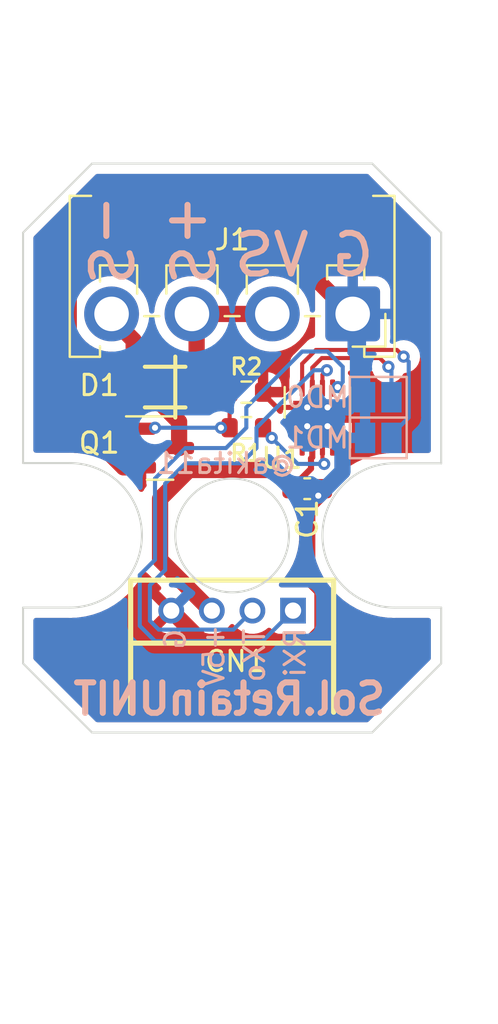
<source format=kicad_pcb>
(kicad_pcb (version 20211014) (generator pcbnew)
  (layers (0 "F.Cu" signal) (31 "B.Cu" signal) (34 "B.Paste" user) (35 "F.Paste" user) (36 "B.SilkS" user "B.Silkscreen") (37 "F.SilkS" user "F.Silkscreen") (38 "B.Mask" user) (39 "F.Mask" user) (44 "Edge.Cuts" user))
  (net 0 "")
  (net 1 "+5V")
  (net 2 "GND")
  (net 3 "/RXD")
  (net 4 "/TXD")
  (net 5 "Net-(D1-PadA)")
  (net 6 "+12V")
  (net 7 "/MD0")
  (net 8 "/MD1")
  (net 9 "Net-(Q1-Pad1)")
  (net 10 "Net-(R1-Pad2)")
  (footprint "Package_TO_SOT_SMD:SOT-23" (layer "F.Cu") (at 6.75 14)
    (fp_text reference "Q1" (at -3 -0.25) (layer "F.SilkS"))
    (fp_text value "TR_NMOS_IRLML6344")
    (fp_line (start 0 1.56) (end -0.65 1.56) (layer "F.SilkS") (width 0.12))
    (fp_line (start 0 -1.56) (end 0.65 -1.56) (layer "F.SilkS") (width 0.12))
    (fp_line (start 0 -1.56) (end -1.675 -1.56) (layer "F.SilkS") (width 0.12))
    (fp_line (start 0 1.56) (end 0.65 1.56) (layer "F.SilkS") (width 0.12))
    (pad "1" smd roundrect locked (at -0.9375 -0.95) (size 1.475 0.6) (layers "F.Cu" "F.Paste" "F.Mask") (net 9 "Net-(Q1-Pad1)"))
    (pad "2" smd roundrect locked (at -0.9375 0.95) (size 1.475 0.6) (layers "F.Cu" "F.Paste" "F.Mask") (net 2 "GND"))
    (pad "3" smd roundrect locked (at 0.9375 0) (size 1.475 0.6) (layers "F.Cu" "F.Paste" "F.Mask") (net 5 "Net-(D1-PadA)"))
  )
  (footprint "akita:CON_GROVE_H" (layer "F.Cu") (at 10.3 22 180)
    (fp_text reference "CN1" (at -1.765 -3.0825) (layer "F.SilkS") (effects (justify right bottom)))
    (fp_text value "CON_GROVE")
    (fp_line (start -5 -1.6) (end -5 1.5) (layer "F.SilkS") (width 0.254))
    (fp_line (start 5 1.5) (end 5 -1.6) (layer "F.SilkS") (width 0.254))
    (fp_line (start -5 -5) (end -5 -1.6) (layer "F.SilkS") (width 0.254))
    (fp_line (start -5 -1) (end -5 1) (layer "F.SilkS") (width 0.127))
    (fp_line (start 5 -1.6) (end 5 -5) (layer "F.SilkS") (width 0.254))
    (fp_line (start -5 1.5) (end 5 1.5) (layer "F.SilkS") (width 0.254))
    (fp_line (start -5 -1.6) (end 5 -1.6) (layer "F.SilkS") (width 0.254))
    (pad "1" thru_hole rect (at -3 0 180) (size 1.27 1.27) (drill 0.8) (layers *.Cu *.Mask) (net 3 "/RXD"))
    (pad "2" thru_hole circle (at -1 0 180) (size 1.27 1.27) (drill 0.8) (layers *.Cu *.Mask) (net 4 "/TXD"))
    (pad "3" thru_hole circle (at 1 0 180) (size 1.27 1.27) (drill 0.8) (layers *.Cu *.Mask) (net 1 "+5V"))
    (pad "4" thru_hole circle (at 3 0 180) (size 1.27 1.27) (drill 0.8) (layers *.Cu *.Mask) (net 2 "GND"))
  )
  (footprint "Capacitor_SMD:C_0603_1608Metric" (layer "F.Cu") (at 14 16)
    (fp_text reference "C1" (at 0 1.5 90) (layer "F.SilkS"))
    (fp_text value "0.1u")
    (fp_line (start -0.14058 -0.51) (end 0.14058 -0.51) (layer "F.SilkS") (width 0.12))
    (fp_line (start -0.14058 0.51) (end 0.14058 0.51) (layer "F.SilkS") (width 0.12))
    (pad "1" smd roundrect locked (at -0.775 0) (size 0.9 0.95) (layers "F.Cu" "F.Paste" "F.Mask") (net 1 "+5V"))
    (pad "2" smd roundrect locked (at 0.775 0) (size 0.9 0.95) (layers "F.Cu" "F.Paste" "F.Mask") (net 2 "GND"))
  )
  (footprint "akita:D_SOD123FL" (layer "F.Cu") (at 7 11)
    (fp_text reference "D1" (at -3.25 0.5) (layer "F.SilkS") (effects (justify bottom)))
    (fp_text value "DIODE")
    (fp_line (start 0.5 -1) (end 1 -1) (layer "F.SilkS") (width 0.2))
    (fp_line (start 0.5 1) (end 0.5 1.5) (layer "F.SilkS") (width 0.2))
    (fp_line (start 0.5 1) (end -1 1) (layer "F.SilkS") (width 0.2))
    (fp_line (start 0.5 -1.5) (end 0.5 -1) (layer "F.SilkS") (width 0.2))
    (fp_line (start -1 -1) (end 0.5 -1) (layer "F.SilkS") (width 0.2))
    (fp_line (start 1 1) (end 0.5 1) (layer "F.SilkS") (width 0.2))
    (fp_line (start 0.5 -1) (end 0.5 1) (layer "F.SilkS") (width 0.2))
    (pad "A" smd rect (at -1.55 0) (size 1.15 1.25) (layers "F.Cu" "F.Paste" "F.Mask") (net 5 "Net-(D1-PadA)"))
    (pad "K" smd rect (at 1.55 0) (size 1.15 1.25) (layers "F.Cu" "F.Paste" "F.Mask") (net 6 "+12V"))
  )
  (footprint "Resistor_SMD:R_0603_1608Metric" (layer "F.Cu") (at 11 13)
    (fp_text reference "R1" (at 0 1.25) (layer "F.SilkS") (effects (font (size 0.8 0.8))))
    (fp_text value "1k")
    (fp_line (start -0.237258 -0.5225) (end 0.237258 -0.5225) (layer "F.SilkS") (width 0.12))
    (fp_line (start -0.237258 0.5225) (end 0.237258 0.5225) (layer "F.SilkS") (width 0.12))
    (pad "1" smd roundrect locked (at -0.825 0) (size 0.8 0.95) (layers "F.Cu" "F.Paste" "F.Mask") (net 9 "Net-(Q1-Pad1)"))
    (pad "2" smd roundrect locked (at 0.825 0) (size 0.8 0.95) (layers "F.Cu" "F.Paste" "F.Mask") (net 10 "Net-(R1-Pad2)"))
  )
  (footprint "Package_DFN_QFN:DFN-8-1EP_3x3mm_P0.5mm_EP1.65x2.38mm" (layer "F.Cu") (at 14.5 12.5 90)
    (fp_text reference "U1" (at -2 -1.75) (layer "F.SilkS"))
    (fp_text value "MCU_STC8G-8P")
    (fp_line (start 0 -1.61) (end 1.5 -1.61) (layer "F.SilkS") (width 0.12))
    (fp_line (start -1.5 1.61) (end 1.5 1.61) (layer "F.SilkS") (width 0.12))
    (pad "1" smd roundrect locked (at -1.45 -0.75 90) (size 0.85 0.25) (layers "F.Cu" "F.Paste" "F.Mask"))
    (pad "2" smd roundrect locked (at -1.45 -0.25 90) (size 0.85 0.25) (layers "F.Cu" "F.Paste" "F.Mask") (net 1 "+5V"))
    (pad "3" smd roundrect locked (at -1.45 0.25 90) (size 0.85 0.25) (layers "F.Cu" "F.Paste" "F.Mask") (net 10 "Net-(R1-Pad2)"))
    (pad "4" smd roundrect locked (at -1.45 0.75 90) (size 0.85 0.25) (layers "F.Cu" "F.Paste" "F.Mask") (net 2 "GND"))
    (pad "5" smd roundrect locked (at 1.45 0.75 90) (size 0.85 0.25) (layers "F.Cu" "F.Paste" "F.Mask") (net 3 "/RXD"))
    (pad "6" smd roundrect locked (at 1.45 0.25 90) (size 0.85 0.25) (layers "F.Cu" "F.Paste" "F.Mask") (net 4 "/TXD"))
    (pad "7" smd roundrect locked (at 1.45 -0.25 90) (size 0.85 0.25) (layers "F.Cu" "F.Paste" "F.Mask") (net 7 "/MD0"))
    (pad "8" smd roundrect locked (at 1.45 -0.75 90) (size 0.85 0.25) (layers "F.Cu" "F.Paste" "F.Mask") (net 8 "/MD1"))
    (pad "9" smd rect locked (at 0 0 90) (size 1.65 2.38) (layers "F.Cu" "F.Mask") (net 2 "GND"))
  )
  (footprint "Connector_JST:JST_VH_S4P-VH_1x04_P3.96mm_Horizontal" (layer "F.Cu") (at 16.24 7.4 180)
    (fp_text reference "J1" (at 5.94 3.65 180) (layer "F.SilkS"))
    (fp_text value "Conn_01x04")
    (fp_line (start 5.57 -0.11) (end 6.31 -0.11) (layer "F.SilkS") (width 0.12))
    (fp_line (start -0.57 1.7) (end -0.57 2.39) (layer "F.SilkS") (width 0.12))
    (fp_line (start -1.61 -1.61) (end -1.61 0) (layer "F.SilkS") (width 0.12))
    (fp_line (start 2.7 2.39) (end 5.22 2.39) (layer "F.SilkS") (width 0.12))
    (fp_line (start 6.66 2.39) (end 9.18 2.39) (layer "F.SilkS") (width 0.12))
    (fp_line (start 6.66 1) (end 6.66 2.39) (layer "F.SilkS") (width 0.12))
    (fp_line (start 10.62 2.39) (end 12.46 2.39) (layer "F.SilkS") (width 0.12))
    (fp_line (start 10.62 1) (end 10.62 2.39) (layer "F.SilkS") (width 0.12))
    (fp_line (start 13.94 5.81) (end 12.89 5.81) (layer "F.SilkS") (width 0.12))
    (fp_line (start 2.7 1) (end 2.7 2.39) (layer "F.SilkS") (width 0.12))
    (fp_line (start 13.94 -2.11) (end 13.94 5.81) (layer "F.SilkS") (width 0.12))
    (fp_line (start 12.45 -1.6) (end 12.45 -2.11) (layer "F.SilkS") (width 0.12))
    (fp_line (start 0 -1.61) (end -1.61 -1.61) (layer "F.SilkS") (width 0.12))
    (fp_line (start 12.45 2.39) (end 12.45 1.6) (layer "F.SilkS") (width 0.12))
    (fp_line (start 12.45 -2.11) (end 13.94 -2.11) (layer "F.SilkS") (width 0.12))
    (fp_line (start 9.18 2.39) (end 9.18 1) (layer "F.SilkS") (width 0.12))
    (fp_line (start -0.57 -2.11) (end -0.57 -1.61) (layer "F.SilkS") (width 0.12))
    (fp_line (start -1.01 5.81) (end -2.06 5.81) (layer "F.SilkS") (width 0.12))
    (fp_line (start -2.06 5.81) (end -2.06 -2.11) (layer "F.SilkS") (width 0.12))
    (fp_line (start 1.26 2.39) (end 1.26 1.7) (layer "F.SilkS") (width 0.12))
    (fp_line (start 1.61 -0.11) (end 2.35 -0.11) (layer "F.SilkS") (width 0.12))
    (fp_line (start 9.53 -0.11) (end 10.27 -0.11) (layer "F.SilkS") (width 0.12))
    (fp_line (start 5.22 2.39) (end 5.22 1) (layer "F.SilkS") (width 0.12))
    (fp_line (start -2.06 -2.11) (end -0.57 -2.11) (layer "F.SilkS") (width 0.12))
    (fp_line (start -0.58 2.39) (end 1.26 2.39) (layer "F.SilkS") (width 0.12))
    (pad "1" thru_hole roundrect (at 0 0 180) (size 2.7 2.7) (drill 1.7) (layers *.Cu *.Mask) (roundrect_rratio 0.09259296296) (net 2 "GND"))
    (pad "2" thru_hole circle (at 3.96 0 180) (size 2.7 2.7) (drill 1.7) (layers *.Cu *.Mask) (net 6 "+12V"))
    (pad "3" thru_hole circle (at 7.92 0 180) (size 2.7 2.7) (drill 1.7) (layers *.Cu *.Mask) (net 6 "+12V"))
    (pad "4" thru_hole circle (at 11.88 0 180) (size 2.7 2.7) (drill 1.7) (layers *.Cu *.Mask) (net 5 "Net-(D1-PadA)"))
  )
  (footprint "Resistor_SMD:R_0603_1608Metric" (layer "F.Cu") (at 11 11.25 180)
    (fp_text reference "R2" (at 0 1.25) (layer "F.SilkS") (effects (font (size 0.8 0.8))))
    (fp_text value "10k")
    (fp_line (start -0.237258 -0.5225) (end 0.237258 -0.5225) (layer "F.SilkS") (width 0.12))
    (fp_line (start -0.237258 0.5225) (end 0.237258 0.5225) (layer "F.SilkS") (width 0.12))
    (pad "1" smd roundrect locked (at -0.825 0 180) (size 0.8 0.95) (layers "F.Cu" "F.Paste" "F.Mask") (net 2 "GND"))
    (pad "2" smd roundrect locked (at 0.825 0 180) (size 0.8 0.95) (layers "F.Cu" "F.Paste" "F.Mask") (net 9 "Net-(Q1-Pad1)"))
  )
  (footprint "Jumper:SolderJumper-2_P1.3mm_Open_Pad1.0x1.5mm" (layer "B.Cu") (at 17.5 13.5 180)
    (fp_text reference "JP2" hide)
    (fp_text value "Jumper_2_Open")
    (fp_line (start 1.4 -1) (end -1.4 -1) (layer "B.SilkS") (width 0.12))
    (fp_line (start 1.4 1) (end 1.4 -1) (layer "B.SilkS") (width 0.12))
    (fp_line (start -1.4 -1) (end -1.4 1) (layer "B.SilkS") (width 0.12))
    (fp_line (start -1.4 1) (end 1.4 1) (layer "B.SilkS") (width 0.12))
    (pad "1" smd rect locked (at -0.65 0 180) (size 1 1.5) (layers "B.Cu" "B.Mask") (net 8 "/MD1"))
    (pad "2" smd rect locked (at 0.65 0 180) (size 1 1.5) (layers "B.Cu" "B.Mask") (net 2 "GND"))
  )
  (footprint "Jumper:SolderJumper-2_P1.3mm_Open_Pad1.0x1.5mm" (layer "B.Cu") (at 17.5 11.5 180)
    (fp_text reference "JP1" hide)
    (fp_text value "Jumper_2_Open")
    (fp_line (start 1.4 -1) (end -1.4 -1) (layer "B.SilkS") (width 0.12))
    (fp_line (start -1.4 1) (end 1.4 1) (layer "B.SilkS") (width 0.12))
    (fp_line (start 1.4 1) (end 1.4 -1) (layer "B.SilkS") (width 0.12))
    (fp_line (start -1.4 -1) (end -1.4 1) (layer "B.SilkS") (width 0.12))
    (pad "1" smd rect locked (at -0.65 0 180) (size 1 1.5) (layers "B.Cu" "B.Mask") (net 7 "/MD0"))
    (pad "2" smd rect locked (at 0.65 0 180) (size 1 1.5) (layers "B.Cu" "B.Mask") (net 2 "GND"))
  )
  (gr_line (start 0 24.6) (end 0 21.85) (layer "Edge.Cuts") (width 0.1))
  (gr_line (start 0 14.74) (end 2.3 14.74) (layer "Edge.Cuts") (width 0.1))
  (gr_line (start 20.6 21.85) (end 20.6 24.6) (layer "Edge.Cuts") (width 0.1))
  (gr_line (start 3.4 0) (end 17.2 0) (layer "Edge.Cuts") (width 0.1))
  (gr_line (start 0 3.4) (end 3.4 0) (layer "Edge.Cuts") (width 0.1))
  (gr_line (start 0 14.74) (end 0 3.4) (layer "Edge.Cuts") (width 0.1))
  (gr_line (start 0 24.6) (end 3.4 28) (layer "Edge.Cuts") (width 0.1))
  (gr_line (start 3.4 28) (end 17.2 28) (layer "Edge.Cuts") (width 0.1))
  (gr_line (start 20.6 3.4) (end 17.2 0) (layer "Edge.Cuts") (width 0.1))
  (gr_line (start 0 21.85) (end 2.3 21.85) (layer "Edge.Cuts") (width 0.1))
  (gr_circle (center 10.3 18.3) (end 13.1 18.3) (layer "Edge.Cuts") (width 0.1) (fill none))
  (gr_arc (start 2.3 14.74) (mid 5.855 18.295) (end 2.3 21.85) (layer "Edge.Cuts") (width 0.1))
  (gr_line (start 18.3 21.85) (end 20.6 21.85) (layer "Edge.Cuts") (width 0.1))
  (gr_line (start 18.3 14.75) (end 20.6 14.75) (layer "Edge.Cuts") (width 0.1))
  (gr_line (start 20.6 14.76) (end 20.6 3.4) (layer "Edge.Cuts") (width 0.1))
  (gr_line (start 17.2 28) (end 20.6 24.6) (layer "Edge.Cuts") (width 0.1))
  (gr_arc (start 18.3 21.85) (mid 14.75 18.3) (end 18.3 14.75) (layer "Edge.Cuts") (width 0.1))
  (gr_text "G" (at 7.5 22.8 90) (layer "B.SilkS") (effects (font (size 1 1)) (justify left mirror)))
  (gr_text "MD0" (at 14.5 11.5) (layer "B.SilkS") (effects (font (size 1 1)) (justify mirror)))
  (gr_text "@akita11" (at 10 14.75) (layer "B.SilkS") (effects (font (size 1 1)) (justify mirror)))
  (gr_text "TXo" (at 11.4 22.8 90) (layer "B.SilkS") (effects (font (size 1 1)) (justify left mirror)))
  (gr_text "S+" (at 8.25 3.75 270) (layer "B.SilkS") (effects (font (size 2 2) (thickness 0.3)) (justify mirror)))
  (gr_text "Sol.RetainUNIT" (at 10.16 26.3525) (layer "B.SilkS") (effects (font (size 1.5 1.4) (thickness 0.3)) (justify mirror)))
  (gr_text "G" (at 16.25 4.5) (layer "B.SilkS") (effects (font (size 2 2) (thickness 0.3)) (justify mirror)))
  (gr_text "MD1" (at 14.5 13.5) (layer "B.SilkS") (effects (font (size 1 1)) (justify mirror)))
  (gr_text "+5V" (at 9.4 22.6 90) (layer "B.SilkS") (effects (font (size 1 1)) (justify left mirror)))
  (gr_text "VS" (at 12.25 4.5) (layer "B.SilkS") (effects (font (size 2 2) (thickness 0.3)) (justify mirror)))
  (gr_text "S-" (at 4.25 3.75 270) (layer "B.SilkS") (effects (font (size 2 2) (thickness 0.3)) (justify mirror)))
  (gr_text "RXi" (at 13.4 22.75 90) (layer "B.SilkS") (effects (font (size 1 1)) (justify left mirror)))
  (segment (start 14.186252 15.013748) (end 13.1 16.1) (width 0.3) (layer "F.Cu") (net 1))
  (segment (start 14.186252 14.511556) (end 14.186252 15.013748) (width 0.3) (layer "F.Cu") (net 1))
  (segment (start 9.3 22) (end 9.25 22) (width 0.8) (layer "F.Cu") (net 1))
  (segment (start 6.75 19.5) (end 6.75 16.5) (width 0.8) (layer "F.Cu") (net 1))
  (segment (start 14.25 13.95) (end 14.25 14.447808) (width 0.3) (layer "F.Cu") (net 1))
  (segment (start 12.32853 15.07853) (end 13.25 16) (width 0.8) (layer "F.Cu") (net 1))
  (segment (start 14.25 14.447808) (end 14.186252 14.511556) (width 0.3) (layer "F.Cu") (net 1))
  (segment (start 9.25 22) (end 6.75 19.5) (width 0.8) (layer "F.Cu") (net 1))
  (segment (start 8.17147 15.07853) (end 12.32853 15.07853) (width 0.8) (layer "F.Cu") (net 1))
  (segment (start 6.75 16.5) (end 8.17147 15.07853) (width 0.8) (layer "F.Cu") (net 1))
  (segment (start 15.25 13.17548) (end 15 12.92548) (width 0.3) (layer "F.Cu") (net 2))
  (segment (start 14.75 23.019022) (end 14.75 21) (width 0.8) (layer "F.Cu") (net 2))
  (segment (start 2.25 12.25) (end 2.25 6.25) (width 0.8) (layer "F.Cu") (net 2))
  (segment (start 14 12) (end 12.5 12) (width 0.25) (layer "F.Cu") (net 2))
  (segment (start 14 20.25) (end 14 16.888458) (width 0.8) (layer "F.Cu") (net 2))
  (segment (start 14.75 21) (end 14 20.25) (width 0.8) (layer "F.Cu") (net 2))
  (segment (start 4.95 14.95) (end 2.25 12.25) (width 0.8) (layer "F.Cu") (net 2))
  (segment (start 14 12.92548) (end 14.42548 12.5) (width 0.8) (layer "F.Cu") (net 2))
  (segment (start 15.25 13.95) (end 15.25 13.17548) (width 0.3) (layer "F.Cu") (net 2))
  (segment (start 3.5 5) (end 13.75 5) (width 0.8) (layer "F.Cu") (net 2))
  (segment (start 14.42548 12.5) (end 14.5 12.5) (width 0.8) (layer "F.Cu") (net 2))
  (segment (start 14.775 16.113458) (end 14.544229 16.344229) (width 0.8) (layer "F.Cu") (net 2))
  (segment (start 13.75 5) (end 16.25 7.5) (width 0.8) (layer "F.Cu") (net 2))
  (segment (start 14.775 16) (end 14.775 16.113458) (width 0.8) (layer "F.Cu") (net 2))
  (segment (start 14 16.888458) (end 14.544229 16.344229) (width 0.8) (layer "F.Cu") (net 2))
  (segment (start 14.5 12.5) (end 14.5 13) (width 0.3) (layer "F.Cu") (net 2))
  (segment (start 2.25 6.25) (end 3.5 5) (width 0.8) (layer "F.Cu") (net 2))
  (segment (start 9.05 23.75) (end 14.019022 23.75) (width 0.8) (layer "F.Cu") (net 2))
  (segment (start 12.5 12) (end 11.75 11.25) (width 0.25) (layer "F.Cu") (net 2))
  (segment (start 5.8125 14.95) (end 4.95 14.95) (width 0.8) (layer "F.Cu") (net 2))
  (segment (start 7.3 22) (end 9.05 23.75) (width 0.8) (layer "F.Cu") (net 2))
  (segment (start 14.019022 23.75) (end 14.75 23.019022) (width 0.8) (layer "F.Cu") (net 2))
  (via (at 15 12.92548) (size 0.6) (drill 0.3) (layers "F.Cu" "B.Cu") (net 2))
  (via (at 15 12) (size 0.6) (drill 0.3) (layers "F.Cu" "B.Cu") (net 2))
  (via (at 14 12) (size 0.6) (drill 0.3) (layers "F.Cu" "B.Cu") (net 2))
  (via (at 14 12.92548) (size 0.6) (drill 0.3) (layers "F.Cu" "B.Cu") (net 2))
  (via (at 14.544229 16.344229) (size 0.6) (drill 0.3) (layers "F.Cu" "B.Cu") (net 2))
  (segment (start 15 12.75) (end 15.735274 13.485274) (width 0.8) (layer "B.Cu") (net 2))
  (segment (start 15 12) (end 15 12.75) (width 0.8) (layer "B.Cu") (net 2))
  (segment (start 16.85 13.5) (end 15.75 13.5) (width 0.25) (layer "B.Cu") (net 2))
  (segment (start 16.5 11.5) (end 16.5 8) (width 0.8) (layer "B.Cu") (net 2))
  (segment (start 15 12) (end 16 12) (width 0.8) (layer "B.Cu") (net 2))
  (segment (start 15.735274 13.485274) (end 15.735274 15.153184) (width 0.8) (layer "B.Cu") (net 2))
  (segment (start 15 12.92548) (end 14 12.92548) (width 0.8) (layer "B.Cu") (net 2))
  (segment (start 16.5 7.75) (end 16.25 7.5) (width 0.8) (layer "B.Cu") (net 2))
  (segment (start 14.75 12.5) (end 15 12.75) (width 0.8) (layer "B.Cu") (net 2))
  (segment (start 14 12.5) (end 14.75 12.5) (width 0.8) (layer "B.Cu") (net 2))
  (segment (start 14 12.92548) (end 14 12.5) (width 0.8) (layer "B.Cu") (net 2))
  (segment (start 15 12.75) (end 15 12.92548) (width 0.8) (layer "B.Cu") (net 2))
  (segment (start 15.75 13.5) (end 15.735274 13.485274) (width 0.25) (layer "B.Cu") (net 2))
  (segment (start 14 12) (end 15 12) (width 0.8) (layer "B.Cu") (net 2))
  (segment (start 14 12.5) (end 14 12) (width 0.8) (layer "B.Cu") (net 2))
  (segment (start 15.735274 15.153184) (end 14.544229 16.344229) (width 0.8) (layer "B.Cu") (net 2))
  (segment (start 16 12) (end 16.5 11.5) (width 0.8) (layer "B.Cu") (net 2))
  (segment (start 15.45 11.05) (end 15.5 11) (width 0.2) (layer "F.Cu") (net 3))
  (segment (start 15.25 11.05) (end 15.45 11.05) (width 0.2) (layer "F.Cu") (net 3))
  (via (at 15.5 11) (size 0.6) (drill 0.3) (layers "F.Cu" "B.Cu") (net 3))
  (segment (start 11 12) (end 13.75 9.25) (width 0.2) (layer "B.Cu") (net 3))
  (segment (start 11 13) (end 11 12) (width 0.2) (layer "B.Cu") (net 3))
  (segment (start 15.75 10.75) (end 15.5 11) (width 0.2) (layer "B.Cu") (net 3))
  (segment (start 13.3 22) (end 11.8 23.5) (width 0.2) (layer "B.Cu") (net 3))
  (segment (start 15.75 10) (end 15.75 10.75) (width 0.2) (layer "B.Cu") (net 3))
  (segment (start 6.5 19.5) (end 6.5 15.5) (width 0.2) (layer "B.Cu") (net 3))
  (segment (start 6.5 23.5) (end 5.75 22.75) (width 0.2) (layer "B.Cu") (net 3))
  (segment (start 8 14) (end 10 14) (width 0.2) (layer "B.Cu") (net 3))
  (segment (start 6.5 15.5) (end 8 14) (width 0.2) (layer "B.Cu") (net 3))
  (segment (start 15 9.25) (end 15.75 10) (width 0.2) (layer "B.Cu") (net 3))
  (segment (start 5.75 22.75) (end 5.75 20.25) (width 0.2) (layer "B.Cu") (net 3))
  (segment (start 11.8 23.5) (end 6.5 23.5) (width 0.2) (layer "B.Cu") (net 3))
  (segment (start 5.75 20.25) (end 6.5 19.5) (width 0.2) (layer "B.Cu") (net 3))
  (segment (start 13.75 9.25) (end 15 9.25) (width 0.2) (layer "B.Cu") (net 3))
  (segment (start 10 14) (end 11 13) (width 0.2) (layer "B.Cu") (net 3))
  (segment (start 14.75 10.387057) (end 14.966117 10.17094) (width 0.2) (layer "F.Cu") (net 4))
  (segment (start 14.75 11.05) (end 14.75 10.387057) (width 0.2) (layer "F.Cu") (net 4))
  (via (at 14.966117 10.17094) (size 0.6) (drill 0.3) (layers "F.Cu" "B.Cu") (net 4))
  (segment (start 11.5 13) (end 14.32906 10.17094) (width 0.2) (layer "B.Cu") (net 4))
  (segment (start 8 14.75) (end 10.75 14.75) (width 0.2) (layer "B.Cu") (net 4))
  (segment (start 10.365489 22.934511) (end 6.684511 22.934511) (width 0.2) (layer "B.Cu") (net 4))
  (segment (start 11.5 14) (end 11.5 13) (width 0.2) (layer "B.Cu") (net 4))
  (segment (start 10.75 14.75) (end 11.5 14) (width 0.2) (layer "B.Cu") (net 4))
  (segment (start 11.3 22) (end 10.365489 22.934511) (width 0.2) (layer "B.Cu") (net 4))
  (segment (start 7 20) (end 7 15.75) (width 0.2) (layer "B.Cu") (net 4))
  (segment (start 7 15.75) (end 8 14.75) (width 0.2) (layer "B.Cu") (net 4))
  (segment (start 14.32906 10.17094) (end 14.966117 10.17094) (width 0.2) (layer "B.Cu") (net 4))
  (segment (start 6.684511 22.934511) (end 6.25 22.5) (width 0.2) (layer "B.Cu") (net 4))
  (segment (start 6.25 22.5) (end 6.25 20.75) (width 0.2) (layer "B.Cu") (net 4))
  (segment (start 6.25 20.75) (end 7 20) (width 0.2) (layer "B.Cu") (net 4))
  (segment (start 5.976247 11) (end 5.5 11) (width 0.8) (layer "F.Cu") (net 5))
  (segment (start 5.45 8.7) (end 4.25 7.5) (width 0.8) (layer "F.Cu") (net 5))
  (segment (start 7.6875 14) (end 7.6875 12.711253) (width 0.8) (layer "F.Cu") (net 5))
  (segment (start 7.6875 12.711253) (end 5.976247 11) (width 0.8) (layer "F.Cu") (net 5))
  (segment (start 5.45 11) (end 5.45 8.7) (width 0.8) (layer "F.Cu") (net 5))
  (segment (start 8.55 11) (end 8.55 7.8) (width 0.8) (layer "F.Cu") (net 6))
  (segment (start 12.28 7.4) (end 8.35 7.4) (width 0.8) (layer "F.Cu") (net 6))
  (segment (start 8.55 7.8) (end 8.25 7.5) (width 0.8) (layer "F.Cu") (net 6))
  (segment (start 14.71779 9.571429) (end 17.571429 9.571429) (width 0.2) (layer "F.Cu") (net 7))
  (segment (start 14.25 11.05) (end 14.25 10.039219) (width 0.2) (layer "F.Cu") (net 7))
  (segment (start 17.571429 9.571429) (end 18 10) (width 0.2) (layer "F.Cu") (net 7))
  (segment (start 14.25 10.039219) (end 14.71779 9.571429) (width 0.2) (layer "F.Cu") (net 7))
  (via (at 18 10) (size 0.6) (drill 0.3) (layers "F.Cu" "B.Cu") (net 7))
  (segment (start 18.15 11.5) (end 18.15 10.15) (width 0.2) (layer "B.Cu") (net 7))
  (segment (start 18.15 10.15) (end 18 10) (width 0.2) (layer "B.Cu") (net 7))
  (segment (start 13.75 11.05) (end 13.75 9.85) (width 0.2) (layer "F.Cu") (net 8))
  (segment (start 13.75 9.85) (end 14.428091 9.171909) (width 0.2) (layer "F.Cu") (net 8))
  (segment (start 18.421909 9.171909) (end 18.75 9.5) (width 0.2) (layer "F.Cu") (net 8))
  (segment (start 14.428091 9.171909) (end 18.421909 9.171909) (width 0.2) (layer "F.Cu") (net 8))
  (via (at 18.75 9.5) (size 0.6) (drill 0.3) (layers "F.Cu" "B.Cu") (net 8))
  (segment (start 19 12.5) (end 19 9.75) (width 0.2) (layer "B.Cu") (net 8))
  (segment (start 19 9.75) (end 18.75 9.5) (width 0.2) (layer "B.Cu") (net 8))
  (segment (start 18.15 13.35) (end 19 12.5) (width 0.2) (layer "B.Cu") (net 8))
  (segment (start 18.15 13.5) (end 18.15 13.35) (width 0.2) (layer "B.Cu") (net 8))
  (segment (start 5.8125 13.05) (end 6.45 13.05) (width 0.2) (layer "F.Cu") (net 9))
  (segment (start 10.175 11.25) (end 10.175 12.925) (width 0.2) (layer "F.Cu") (net 9))
  (segment (start 6.45 13.05) (end 6.5 13) (width 0.2) (layer "F.Cu") (net 9))
  (via (at 9.75 13) (size 0.6) (drill 0.3) (layers "F.Cu" "B.Cu") (net 9))
  (via (at 6.5 13) (size 0.6) (drill 0.3) (layers "F.Cu" "B.Cu") (net 9))
  (segment (start 6.5 13) (end 9.75 13) (width 0.2) (layer "B.Cu") (net 9))
  (segment (start 11.825 13) (end 11.825 13.075) (width 0.2) (layer "F.Cu") (net 10))
  (segment (start 14.75 14.69483) (end 14.835763 14.780593) (width 0.2) (layer "F.Cu") (net 10))
  (segment (start 11.825 13.075) (end 12.25 13.5) (width 0.2) (layer "F.Cu") (net 10))
  (segment (start 14.75 13.95) (end 14.75 14.69483) (width 0.2) (layer "F.Cu") (net 10))
  (via (at 12.25 13.5) (size 0.6) (drill 0.3) (layers "F.Cu" "B.Cu") (net 10))
  (via (at 14.835763 14.780593) (size 0.6) (drill 0.3) (layers "F.Cu" "B.Cu") (net 10))
  (segment (start 14.835763 14.780593) (end 13.530593 14.780593) (width 0.2) (layer "B.Cu") (net 10))
  (segment (start 13.530593 14.780593) (end 12.25 13.5) (width 0.2) (layer "B.Cu") (net 10))
  (zone (net 2) (net_name "GND") (layers F&B.Cu) (connect_pads (clearance 0.508)) (min_thickness 0.254) (fill yes (thermal_gap 0.508) (thermal_bridge_width 0.508))
    (polygon (pts (xy 20.75 28) (xy 0 28) (xy 0 0) (xy 20.75 0)))
  )
  (zone (net 2) (net_name "GND") (layer "F.Cu") (connect_pads (clearance 0.508)) (min_thickness 0.254) (fill yes (thermal_gap 0.508) (thermal_bridge_width 0.508))
    (polygon (pts (xy 21 28) (xy 0 28) (xy 0 0) (xy 21 0)))
  )
  (zone (net 2) (net_name "GND") (layer "F.Cu") (connect_pads (clearance 0.508)) (min_thickness 0.254) (fill yes (thermal_gap 0.508) (thermal_bridge_width 0.508))
    (polygon (pts (xy 21 28) (xy 0 28) (xy 0 0) (xy 21 0)))
  )
  (zone (net 2) (net_name "GND") (layer "B.Cu") (connect_pads (clearance 0.508)) (min_thickness 0.254) (fill yes (thermal_gap 0.508) (thermal_bridge_width 0.508))
    (polygon (pts (xy 21 28) (xy 0 28) (xy 0 0) (xy 21 0)))
  )
)
</source>
